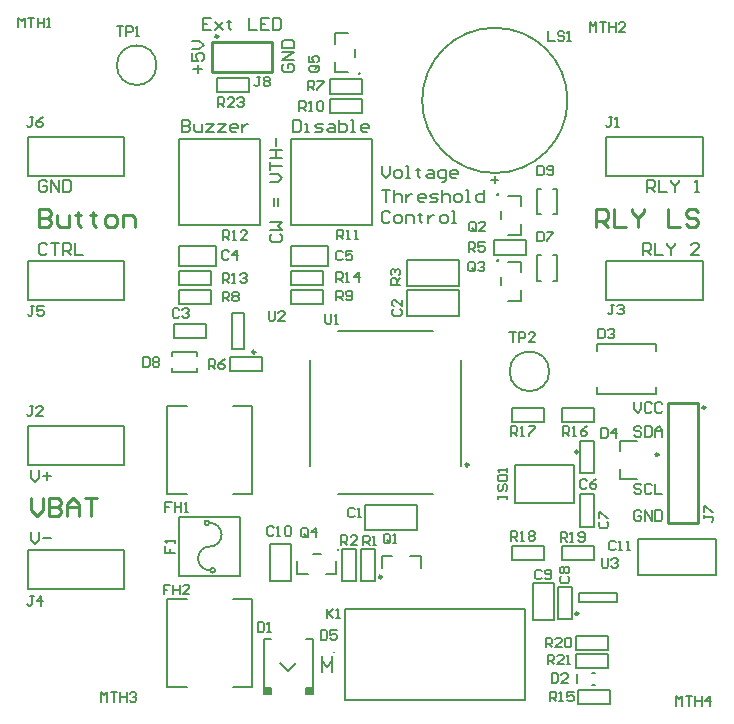
<source format=gto>
G04*
G04 #@! TF.GenerationSoftware,Altium Limited,Altium Designer,20.1.11 (218)*
G04*
G04 Layer_Color=65535*
%FSLAX24Y24*%
%MOIN*%
G70*
G04*
G04 #@! TF.SameCoordinates,CE7CCB8B-9279-4727-9A7C-73EE909CC9FE*
G04*
G04*
G04 #@! TF.FilePolarity,Positive*
G04*
G01*
G75*
%ADD10C,0.0098*%
%ADD11C,0.0050*%
%ADD12C,0.0060*%
%ADD13C,0.0079*%
%ADD14C,0.0100*%
%ADD15C,0.0070*%
%ADD16C,0.0070*%
%ADD17C,0.0080*%
%ADD18R,0.0251X0.0211*%
%ADD19R,0.0251X0.0211*%
D10*
X6908Y22691D02*
G03*
X6908Y22691I-49J0D01*
G01*
X11623Y21453D02*
G03*
X11623Y21453I-16J0D01*
G01*
X18906Y8837D02*
G03*
X18906Y8837I-49J0D01*
G01*
X16231Y17415D02*
G03*
X16231Y17415I-16J0D01*
G01*
Y15216D02*
G03*
X16231Y15216I-16J0D01*
G01*
X8148Y12167D02*
G03*
X8148Y12167I-49J0D01*
G01*
X18911Y3454D02*
G03*
X18911Y3454I-49J0D01*
G01*
X21589Y8746D02*
G03*
X21589Y8746I-49J0D01*
G01*
X15257Y8410D02*
G03*
X15257Y8410I-49J0D01*
G01*
X23148Y10321D02*
G03*
X23148Y10321I-49J0D01*
G01*
X12359Y4672D02*
G03*
X12359Y4672I-49J0D01*
G01*
X10908Y5573D02*
G03*
X10908Y5573I-16J0D01*
G01*
D11*
X18552Y20557D02*
G03*
X18552Y20557I-2421J0D01*
G01*
X17943Y11526D02*
G03*
X17943Y11526I-660J0D01*
G01*
X4852Y21730D02*
G03*
X4852Y21730I-660J0D01*
G01*
X7941Y20830D02*
Y21303D01*
X6878D02*
X7941D01*
X6878Y20830D02*
Y21303D01*
Y20830D02*
X7941D01*
X16012Y17919D02*
X16249D01*
X16130Y17801D02*
Y18037D01*
X6205Y12025D02*
Y12160D01*
X5358D02*
X6205D01*
X5358Y12025D02*
Y12160D01*
Y11490D02*
Y11625D01*
Y11490D02*
X6205D01*
Y11625D01*
X18070Y16757D02*
X18205D01*
Y17603D01*
X18070D02*
X18205D01*
X17535D02*
X17670D01*
X17535Y16757D02*
Y17603D01*
Y16757D02*
X17670D01*
X18058Y14548D02*
X18193D01*
Y15395D01*
X18058D02*
X18193D01*
X17523D02*
X17658D01*
X17523Y14548D02*
Y15395D01*
Y14548D02*
X17658D01*
X16788Y8404D02*
X18757D01*
X16788Y7144D02*
X18757D01*
Y8404D01*
X16788Y7144D02*
Y8404D01*
X19846Y15217D02*
X23067D01*
X19846Y13917D02*
Y15217D01*
Y13917D02*
X23067D01*
Y15217D01*
X3776Y4272D02*
Y5571D01*
X555Y4272D02*
X3776D01*
X555D02*
Y5571D01*
X3776D01*
X555Y15217D02*
X3776D01*
X555Y13917D02*
Y15217D01*
Y13917D02*
X3776D01*
Y15217D01*
X18912Y909D02*
X19975D01*
Y437D02*
Y909D01*
X18912Y437D02*
X19975D01*
X18912D02*
Y909D01*
X12026Y16414D02*
Y19259D01*
X9327Y16414D02*
X12026D01*
X9327Y19259D02*
X12026D01*
X9327Y16414D02*
Y19259D01*
X10637Y20121D02*
X11708D01*
X10637D02*
Y20593D01*
X11708D01*
Y20121D02*
Y20593D01*
X10804Y22792D02*
X11252D01*
X10804Y22442D02*
Y22792D01*
Y21492D02*
Y21841D01*
Y21492D02*
X11252D01*
X11469Y22014D02*
Y22270D01*
X11708Y20786D02*
Y21258D01*
X10645D02*
X11708D01*
X10645Y20786D02*
Y21258D01*
Y20786D02*
X11708D01*
X18369Y5245D02*
Y5717D01*
Y5245D02*
X19432D01*
Y5717D01*
X18369D02*
X19432D01*
X17758Y5245D02*
Y5717D01*
X16695D02*
X17758D01*
X16695Y5245D02*
Y5717D01*
Y5245D02*
X17758D01*
Y9845D02*
Y10317D01*
X16695D02*
X17758D01*
X16695Y9845D02*
Y10317D01*
Y9845D02*
X17758D01*
X19445Y6350D02*
Y7422D01*
X18973Y6350D02*
X19445D01*
X18973D02*
Y7422D01*
X19445D01*
X18973Y8137D02*
Y9208D01*
X19445D01*
Y8137D02*
Y9208D01*
X18973Y8137D02*
X19445D01*
X18382Y9845D02*
Y10317D01*
Y9845D02*
X19445D01*
Y10317D01*
X18382D02*
X19445D01*
X11122Y3607D02*
X17146D01*
X11122Y564D02*
X17146D01*
X11122D02*
Y3607D01*
X17146Y564D02*
Y3607D01*
X10539Y1680D02*
X10717Y1857D01*
X10362D02*
X10539Y1680D01*
X10717Y1513D02*
Y2024D01*
X10362Y1513D02*
Y2024D01*
X19900Y2247D02*
Y2719D01*
X18837D02*
X19900D01*
X18837Y2247D02*
Y2719D01*
Y2247D02*
X19900D01*
X18846Y1627D02*
Y2100D01*
Y1627D02*
X19909D01*
Y2100D01*
X18846D02*
X19909D01*
X16568Y16076D02*
X17017D01*
Y16425D01*
Y17027D02*
Y17376D01*
X16568D02*
X17017D01*
X16352Y16598D02*
Y16854D01*
X16568Y13877D02*
X17017D01*
Y14226D01*
Y14827D02*
Y15177D01*
X16568D02*
X17017D01*
X16352Y14399D02*
Y14655D01*
X9325Y4527D02*
Y5758D01*
X8635Y4527D02*
X9325D01*
X8635D02*
Y5758D01*
X9325D01*
X11032Y4527D02*
Y5590D01*
X11505D01*
Y4527D02*
Y5590D01*
X11032Y4527D02*
X11505D01*
X8375Y11536D02*
Y12008D01*
X7312D02*
X8375D01*
X7312Y11536D02*
Y12008D01*
Y11536D02*
X8375D01*
X3776Y18051D02*
Y19350D01*
X555Y18051D02*
X3776D01*
X555D02*
Y19350D01*
X3776D01*
X5424Y13116D02*
X6496D01*
Y12644D02*
Y13116D01*
X5424Y12644D02*
X6496D01*
X5424D02*
Y13116D01*
X8317Y16414D02*
Y19259D01*
X5617Y16414D02*
X8317D01*
X5617Y19259D02*
X8317D01*
X5617Y16414D02*
Y19259D01*
X18711Y3273D02*
Y4344D01*
X18238Y3273D02*
X18711D01*
X18238D02*
Y4344D01*
X18711D01*
X17419Y4480D02*
X18109D01*
X17419Y3248D02*
Y4480D01*
Y3248D02*
X18109D01*
Y4480D01*
X20290Y7931D02*
X20868D01*
X20290D02*
Y8270D01*
Y9211D02*
X20868D01*
X20290Y8871D02*
Y9211D01*
X9327Y14243D02*
X10390D01*
Y13771D02*
Y14243D01*
X9327Y13771D02*
X10390D01*
X9327D02*
Y14243D01*
Y14389D02*
X10390D01*
X9327D02*
Y14862D01*
X10390D01*
Y14389D02*
Y14862D01*
X10555Y15025D02*
Y15715D01*
X9324D02*
X10555D01*
X9324Y15025D02*
Y15715D01*
Y15025D02*
X10555D01*
X5617Y13771D02*
Y14243D01*
Y13771D02*
X6680D01*
Y14243D01*
X5617D02*
X6680D01*
Y14389D02*
Y14862D01*
X5617D02*
X6680D01*
X5617Y14389D02*
Y14862D01*
Y14389D02*
X6680D01*
X6845Y15025D02*
Y15715D01*
X5614D02*
X6845D01*
X5614Y15025D02*
Y15715D01*
Y15025D02*
X6845D01*
X15009Y8367D02*
Y11911D01*
X9970Y8367D02*
Y11911D01*
X10915Y12855D02*
X14064D01*
X10915Y7422D02*
X14064D01*
X11794Y6235D02*
Y7086D01*
Y6235D02*
X13545D01*
Y7086D01*
X11794D02*
X13545D01*
X3776Y8406D02*
Y9705D01*
X555Y8406D02*
X3776D01*
X555D02*
Y9705D01*
X3776D01*
X19846Y19350D02*
X23067D01*
X19846Y18051D02*
Y19350D01*
Y18051D02*
X23067D01*
Y19350D01*
X19529Y12192D02*
Y12431D01*
X21498Y12192D02*
Y12431D01*
X19529Y10777D02*
Y11016D01*
X21498Y10777D02*
Y11016D01*
X19529Y12431D02*
X21498D01*
X19529Y10777D02*
X21498D01*
X12369Y4981D02*
Y5374D01*
X12706D01*
X13654Y4985D02*
Y5379D01*
X13316D02*
X13654D01*
X12130Y4527D02*
Y5590D01*
X11658Y4527D02*
X12130D01*
X11658D02*
Y5590D01*
X12130D01*
X10074Y5435D02*
X10330D01*
X10852Y4770D02*
Y5218D01*
X10503Y4770D02*
X10852D01*
X9552D02*
X9902D01*
X9552D02*
Y5218D01*
X8425Y760D02*
X8676D01*
Y971D01*
X8465D02*
X8676D01*
X9828D02*
X10039D01*
X9828Y760D02*
Y971D01*
X8425Y2616D02*
X8676D01*
X9828Y760D02*
X10079D01*
X9828Y2616D02*
X10079D01*
X8425Y760D02*
Y2616D01*
X10079Y760D02*
Y2616D01*
X9252Y1528D02*
X9518Y1794D01*
X8986D02*
X9252Y1528D01*
X13201Y14369D02*
Y15220D01*
Y14369D02*
X14951D01*
Y15220D01*
X13201D02*
X14951D01*
X13200Y13371D02*
Y14221D01*
Y13371D02*
X14951D01*
Y14221D01*
X13200D02*
X14951D01*
X5210Y10360D02*
X5870D01*
X5210Y7446D02*
X5870D01*
X7390Y10360D02*
X8050D01*
X7390Y7446D02*
X8050D01*
Y10360D01*
X5210Y7446D02*
Y10360D01*
Y3922D02*
X5870D01*
X5210Y1009D02*
X5870D01*
X7390Y3922D02*
X8050D01*
X7390Y1009D02*
X8050D01*
Y3922D01*
X5210Y1009D02*
Y3922D01*
X16113Y15417D02*
X17176D01*
X16113D02*
Y15889D01*
X17176D01*
Y15417D02*
Y15889D01*
D12*
X10759Y2158D02*
G03*
X10759Y2158I-20J0D01*
G01*
X20911Y5921D02*
X23489D01*
X20911Y4740D02*
Y5921D01*
Y4740D02*
X23489D01*
Y5921D01*
X6902Y20334D02*
Y20654D01*
X7062D01*
X7116Y20601D01*
Y20494D01*
X7062Y20441D01*
X6902D01*
X7009D02*
X7116Y20334D01*
X7435D02*
X7222D01*
X7435Y20548D01*
Y20601D01*
X7382Y20654D01*
X7275D01*
X7222Y20601D01*
X7542D02*
X7595Y20654D01*
X7702D01*
X7755Y20601D01*
Y20548D01*
X7702Y20494D01*
X7649D01*
X7702D01*
X7755Y20441D01*
Y20388D01*
X7702Y20334D01*
X7595D01*
X7542Y20388D01*
X8319Y21347D02*
X8212D01*
X8266D01*
Y21081D01*
X8212Y21027D01*
X8159D01*
X8106Y21081D01*
X8426Y21294D02*
X8479Y21347D01*
X8586D01*
X8639Y21294D01*
Y21241D01*
X8586Y21187D01*
X8639Y21134D01*
Y21081D01*
X8586Y21027D01*
X8479D01*
X8426Y21081D01*
Y21134D01*
X8479Y21187D01*
X8426Y21241D01*
Y21294D01*
X8479Y21187D02*
X8586D01*
X17551Y18386D02*
Y18066D01*
X17711D01*
X17764Y18119D01*
Y18333D01*
X17711Y18386D01*
X17551D01*
X17871Y18119D02*
X17924Y18066D01*
X18031D01*
X18084Y18119D01*
Y18333D01*
X18031Y18386D01*
X17924D01*
X17871Y18333D01*
Y18279D01*
X17924Y18226D01*
X18084D01*
X17544Y16178D02*
Y15858D01*
X17704D01*
X17757Y15911D01*
Y16125D01*
X17704Y16178D01*
X17544D01*
X17864D02*
X18077D01*
Y16125D01*
X17864Y15911D01*
Y15858D01*
X4414Y11990D02*
Y11670D01*
X4574D01*
X4627Y11724D01*
Y11937D01*
X4574Y11990D01*
X4414D01*
X4734Y11937D02*
X4787Y11990D01*
X4894D01*
X4947Y11937D01*
Y11884D01*
X4894Y11830D01*
X4947Y11777D01*
Y11724D01*
X4894Y11670D01*
X4787D01*
X4734Y11724D01*
Y11777D01*
X4787Y11830D01*
X4734Y11884D01*
Y11937D01*
X4787Y11830D02*
X4894D01*
X20160Y5832D02*
X20106Y5885D01*
X20000D01*
X19946Y5832D01*
Y5619D01*
X20000Y5565D01*
X20106D01*
X20160Y5619D01*
X20266Y5565D02*
X20373D01*
X20320D01*
Y5885D01*
X20266Y5832D01*
X20533Y5565D02*
X20639D01*
X20586D01*
Y5885D01*
X20533Y5832D01*
X8759Y6300D02*
X8705Y6354D01*
X8599D01*
X8545Y6300D01*
Y6087D01*
X8599Y6034D01*
X8705D01*
X8759Y6087D01*
X8865Y6034D02*
X8972D01*
X8919D01*
Y6354D01*
X8865Y6300D01*
X9132D02*
X9185Y6354D01*
X9292D01*
X9345Y6300D01*
Y6087D01*
X9292Y6034D01*
X9185D01*
X9132Y6087D01*
Y6300D01*
X10528Y3618D02*
Y3299D01*
Y3405D01*
X10742Y3618D01*
X10582Y3459D01*
X10742Y3299D01*
X10848D02*
X10955D01*
X10902D01*
Y3618D01*
X10848Y3565D01*
X19679Y9637D02*
Y9317D01*
X19839D01*
X19893Y9370D01*
Y9584D01*
X19839Y9637D01*
X19679D01*
X20159Y9317D02*
Y9637D01*
X19999Y9477D01*
X20213D01*
X10328Y2888D02*
Y2568D01*
X10488D01*
X10542Y2621D01*
Y2834D01*
X10488Y2888D01*
X10328D01*
X10861D02*
X10648D01*
Y2728D01*
X10755Y2781D01*
X10808D01*
X10861Y2728D01*
Y2621D01*
X10808Y2568D01*
X10701D01*
X10648Y2621D01*
X9891Y6048D02*
Y6262D01*
X9837Y6315D01*
X9731D01*
X9677Y6262D01*
Y6048D01*
X9731Y5995D01*
X9837D01*
X9784Y6102D02*
X9891Y5995D01*
X9837D02*
X9891Y6048D01*
X10157Y5995D02*
Y6315D01*
X9997Y6155D01*
X10211D01*
X12636Y5850D02*
Y6063D01*
X12583Y6116D01*
X12476D01*
X12423Y6063D01*
Y5850D01*
X12476Y5797D01*
X12583D01*
X12530Y5903D02*
X12636Y5797D01*
X12583D02*
X12636Y5850D01*
X12743Y5797D02*
X12850D01*
X12796D01*
Y6116D01*
X12743Y6063D01*
X11058Y15492D02*
X11004Y15545D01*
X10898D01*
X10844Y15492D01*
Y15278D01*
X10898Y15225D01*
X11004D01*
X11058Y15278D01*
X11377Y15545D02*
X11164D01*
Y15385D01*
X11271Y15438D01*
X11324D01*
X11377Y15385D01*
Y15278D01*
X11324Y15225D01*
X11217D01*
X11164Y15278D01*
X7265Y15518D02*
X7212Y15572D01*
X7105D01*
X7052Y15518D01*
Y15305D01*
X7105Y15252D01*
X7212D01*
X7265Y15305D01*
X7532Y15252D02*
Y15572D01*
X7372Y15412D01*
X7585D01*
X18022Y1456D02*
Y1136D01*
X18182D01*
X18235Y1190D01*
Y1403D01*
X18182Y1456D01*
X18022D01*
X18555Y1136D02*
X18342D01*
X18555Y1350D01*
Y1403D01*
X18502Y1456D01*
X18395D01*
X18342Y1403D01*
X12759Y13590D02*
X12706Y13537D01*
Y13430D01*
X12759Y13377D01*
X12973D01*
X13026Y13430D01*
Y13537D01*
X12973Y13590D01*
X13026Y13910D02*
Y13697D01*
X12813Y13910D01*
X12759D01*
X12706Y13857D01*
Y13750D01*
X12759Y13697D01*
X17962Y525D02*
Y845D01*
X18122D01*
X18175Y791D01*
Y685D01*
X18122Y631D01*
X17962D01*
X18068D02*
X18175Y525D01*
X18282D02*
X18388D01*
X18335D01*
Y845D01*
X18282Y791D01*
X18762Y845D02*
X18548D01*
Y685D01*
X18655Y738D01*
X18708D01*
X18762Y685D01*
Y578D01*
X18708Y525D01*
X18602D01*
X18548Y578D01*
X5313Y4413D02*
X5100D01*
Y4253D01*
X5206D01*
X5100D01*
Y4093D01*
X5420Y4413D02*
Y4093D01*
Y4253D01*
X5633D01*
Y4413D01*
Y4093D01*
X5953D02*
X5739D01*
X5953Y4306D01*
Y4360D01*
X5899Y4413D01*
X5793D01*
X5739Y4360D01*
X5366Y7165D02*
X5153D01*
Y7005D01*
X5260D01*
X5153D01*
Y6845D01*
X5473Y7165D02*
Y6845D01*
Y7005D01*
X5686D01*
Y7165D01*
Y6845D01*
X5793D02*
X5899D01*
X5846D01*
Y7165D01*
X5793Y7112D01*
X5136Y5696D02*
Y5483D01*
X5296D01*
Y5590D01*
Y5483D01*
X5456D01*
Y5803D02*
Y5910D01*
Y5856D01*
X5136D01*
X5189Y5803D01*
X746Y20003D02*
X640D01*
X693D01*
Y19737D01*
X640Y19683D01*
X587D01*
X533Y19737D01*
X1066Y20003D02*
X960Y19950D01*
X853Y19843D01*
Y19737D01*
X906Y19683D01*
X1013D01*
X1066Y19737D01*
Y19790D01*
X1013Y19843D01*
X853D01*
X769Y13691D02*
X663D01*
X716D01*
Y13425D01*
X663Y13371D01*
X609D01*
X556Y13425D01*
X1089Y13691D02*
X876D01*
Y13531D01*
X982Y13585D01*
X1036D01*
X1089Y13531D01*
Y13425D01*
X1036Y13371D01*
X929D01*
X876Y13425D01*
X20105Y13749D02*
X19998D01*
X20051D01*
Y13482D01*
X19998Y13429D01*
X19945D01*
X19891Y13482D01*
X20211Y13695D02*
X20265Y13749D01*
X20371D01*
X20425Y13695D01*
Y13642D01*
X20371Y13589D01*
X20318D01*
X20371D01*
X20425Y13535D01*
Y13482D01*
X20371Y13429D01*
X20265D01*
X20211Y13482D01*
X754Y4037D02*
X647D01*
X700D01*
Y3770D01*
X647Y3717D01*
X594D01*
X541Y3770D01*
X1020Y3717D02*
Y4037D01*
X860Y3877D01*
X1074D01*
X746Y10363D02*
X640D01*
X693D01*
Y10097D01*
X640Y10043D01*
X587D01*
X533Y10097D01*
X1066Y10043D02*
X853D01*
X1066Y10257D01*
Y10310D01*
X1013Y10363D01*
X906D01*
X853Y10310D01*
X20046Y20003D02*
X19940D01*
X19993D01*
Y19737D01*
X19940Y19683D01*
X19886D01*
X19833Y19737D01*
X20153Y19683D02*
X20260D01*
X20206D01*
Y20003D01*
X20153Y19950D01*
X8591Y13530D02*
Y13263D01*
X8644Y13210D01*
X8751D01*
X8804Y13263D01*
Y13530D01*
X9124Y13210D02*
X8911D01*
X9124Y13423D01*
Y13476D01*
X9071Y13530D01*
X8964D01*
X8911Y13476D01*
X19698Y5300D02*
Y5034D01*
X19751Y4981D01*
X19857D01*
X19911Y5034D01*
Y5300D01*
X20017Y5247D02*
X20071Y5300D01*
X20177D01*
X20231Y5247D01*
Y5194D01*
X20177Y5141D01*
X20124D01*
X20177D01*
X20231Y5087D01*
Y5034D01*
X20177Y4981D01*
X20071D01*
X20017Y5034D01*
X10471Y13431D02*
Y13165D01*
X10524Y13111D01*
X10631D01*
X10684Y13165D01*
Y13431D01*
X10790Y13111D02*
X10897D01*
X10844D01*
Y13431D01*
X10790Y13378D01*
X16620Y12833D02*
X16833D01*
X16726D01*
Y12513D01*
X16939D02*
Y12833D01*
X17099D01*
X17153Y12780D01*
Y12673D01*
X17099Y12620D01*
X16939D01*
X17473Y12513D02*
X17259D01*
X17473Y12726D01*
Y12780D01*
X17419Y12833D01*
X17313D01*
X17259Y12780D01*
X3522Y23034D02*
X3735D01*
X3628D01*
Y22714D01*
X3842D02*
Y23034D01*
X4002D01*
X4055Y22981D01*
Y22874D01*
X4002Y22821D01*
X3842D01*
X4162Y22714D02*
X4268D01*
X4215D01*
Y23034D01*
X4162Y22981D01*
X7072Y15911D02*
Y16230D01*
X7232D01*
X7285Y16177D01*
Y16070D01*
X7232Y16017D01*
X7072D01*
X7178D02*
X7285Y15911D01*
X7392D02*
X7498D01*
X7445D01*
Y16230D01*
X7392Y16177D01*
X7872Y15911D02*
X7658D01*
X7872Y16124D01*
Y16177D01*
X7818Y16230D01*
X7712D01*
X7658Y16177D01*
X10872Y15921D02*
Y16241D01*
X11032D01*
X11085Y16188D01*
Y16081D01*
X11032Y16028D01*
X10872D01*
X10979D02*
X11085Y15921D01*
X11192D02*
X11299D01*
X11245D01*
Y16241D01*
X11192Y16188D01*
X11459Y15921D02*
X11565D01*
X11512D01*
Y16241D01*
X11459Y16188D01*
X17911Y22871D02*
Y22551D01*
X18124D01*
X18444Y22818D02*
X18391Y22871D01*
X18284D01*
X18231Y22818D01*
Y22764D01*
X18284Y22711D01*
X18391D01*
X18444Y22658D01*
Y22604D01*
X18391Y22551D01*
X18284D01*
X18231Y22604D01*
X18551Y22551D02*
X18658D01*
X18604D01*
Y22871D01*
X18551Y22818D01*
X16229Y7274D02*
Y7381D01*
Y7327D01*
X16549D01*
Y7274D01*
Y7381D01*
X16283Y7754D02*
X16229Y7701D01*
Y7594D01*
X16283Y7541D01*
X16336D01*
X16389Y7594D01*
Y7701D01*
X16443Y7754D01*
X16496D01*
X16549Y7701D01*
Y7594D01*
X16496Y7541D01*
X16229Y8021D02*
Y7914D01*
X16283Y7861D01*
X16496D01*
X16549Y7914D01*
Y8021D01*
X16496Y8074D01*
X16283D01*
X16229Y8021D01*
X16549Y8180D02*
Y8287D01*
Y8234D01*
X16229D01*
X16283Y8180D01*
X17888Y1762D02*
Y2082D01*
X18048D01*
X18101Y2029D01*
Y1922D01*
X18048Y1869D01*
X17888D01*
X17995D02*
X18101Y1762D01*
X18421D02*
X18208D01*
X18421Y1976D01*
Y2029D01*
X18368Y2082D01*
X18261D01*
X18208Y2029D01*
X18528Y1762D02*
X18634D01*
X18581D01*
Y2082D01*
X18528Y2029D01*
X17825Y2323D02*
Y2643D01*
X17985D01*
X18038Y2590D01*
Y2483D01*
X17985Y2430D01*
X17825D01*
X17932D02*
X18038Y2323D01*
X18358D02*
X18145D01*
X18358Y2536D01*
Y2590D01*
X18305Y2643D01*
X18198D01*
X18145Y2590D01*
X18465D02*
X18518Y2643D01*
X18625D01*
X18678Y2590D01*
Y2376D01*
X18625Y2323D01*
X18518D01*
X18465Y2376D01*
Y2590D01*
X18321Y5852D02*
Y6172D01*
X18481D01*
X18534Y6119D01*
Y6012D01*
X18481Y5959D01*
X18321D01*
X18428D02*
X18534Y5852D01*
X18641D02*
X18747D01*
X18694D01*
Y6172D01*
X18641Y6119D01*
X18907Y5906D02*
X18961Y5852D01*
X19067D01*
X19121Y5906D01*
Y6119D01*
X19067Y6172D01*
X18961D01*
X18907Y6119D01*
Y6066D01*
X18961Y6012D01*
X19121D01*
X16672Y5885D02*
Y6205D01*
X16832D01*
X16885Y6152D01*
Y6045D01*
X16832Y5992D01*
X16672D01*
X16779D02*
X16885Y5885D01*
X16992D02*
X17098D01*
X17045D01*
Y6205D01*
X16992Y6152D01*
X17258D02*
X17312Y6205D01*
X17418D01*
X17472Y6152D01*
Y6098D01*
X17418Y6045D01*
X17472Y5992D01*
Y5938D01*
X17418Y5885D01*
X17312D01*
X17258Y5938D01*
Y5992D01*
X17312Y6045D01*
X17258Y6098D01*
Y6152D01*
X17312Y6045D02*
X17418D01*
X16672Y9378D02*
Y9698D01*
X16832D01*
X16885Y9644D01*
Y9538D01*
X16832Y9484D01*
X16672D01*
X16779D02*
X16885Y9378D01*
X16992D02*
X17098D01*
X17045D01*
Y9698D01*
X16992Y9644D01*
X17258Y9698D02*
X17472D01*
Y9644D01*
X17258Y9431D01*
Y9378D01*
X18405D02*
Y9698D01*
X18565D01*
X18618Y9644D01*
Y9538D01*
X18565Y9484D01*
X18405D01*
X18511D02*
X18618Y9378D01*
X18725D02*
X18831D01*
X18778D01*
Y9698D01*
X18725Y9644D01*
X19205Y9698D02*
X19098Y9644D01*
X18991Y9538D01*
Y9431D01*
X19045Y9378D01*
X19151D01*
X19205Y9431D01*
Y9484D01*
X19151Y9538D01*
X18991D01*
X9617Y20202D02*
Y20522D01*
X9777D01*
X9830Y20469D01*
Y20362D01*
X9777Y20309D01*
X9617D01*
X9724D02*
X9830Y20202D01*
X9937D02*
X10044D01*
X9990D01*
Y20522D01*
X9937Y20469D01*
X10204D02*
X10257Y20522D01*
X10364D01*
X10417Y20469D01*
Y20255D01*
X10364Y20202D01*
X10257D01*
X10204Y20255D01*
Y20469D01*
X10847Y14501D02*
Y14821D01*
X11007D01*
X11060Y14768D01*
Y14661D01*
X11007Y14608D01*
X10847D01*
X10953D02*
X11060Y14501D01*
X11167D02*
X11273D01*
X11220D01*
Y14821D01*
X11167Y14768D01*
X11593Y14501D02*
Y14821D01*
X11433Y14661D01*
X11647D01*
X7055Y14479D02*
Y14798D01*
X7215D01*
X7268Y14745D01*
Y14638D01*
X7215Y14585D01*
X7055D01*
X7161D02*
X7268Y14479D01*
X7375D02*
X7481D01*
X7428D01*
Y14798D01*
X7375Y14745D01*
X7641D02*
X7695Y14798D01*
X7801D01*
X7854Y14745D01*
Y14692D01*
X7801Y14638D01*
X7748D01*
X7801D01*
X7854Y14585D01*
Y14532D01*
X7801Y14479D01*
X7695D01*
X7641Y14532D01*
X9901Y20898D02*
Y21218D01*
X10060D01*
X10114Y21165D01*
Y21058D01*
X10060Y21005D01*
X9901D01*
X10007D02*
X10114Y20898D01*
X10220Y21218D02*
X10434D01*
Y21165D01*
X10220Y20952D01*
Y20898D01*
X6595Y11612D02*
Y11932D01*
X6755D01*
X6808Y11879D01*
Y11772D01*
X6755Y11719D01*
X6595D01*
X6702D02*
X6808Y11612D01*
X7128Y11932D02*
X7021Y11879D01*
X6915Y11772D01*
Y11665D01*
X6968Y11612D01*
X7075D01*
X7128Y11665D01*
Y11719D01*
X7075Y11772D01*
X6915D01*
X10847Y13890D02*
Y14209D01*
X11007D01*
X11060Y14156D01*
Y14050D01*
X11007Y13996D01*
X10847D01*
X10953D02*
X11060Y13890D01*
X11167Y13943D02*
X11220Y13890D01*
X11327D01*
X11380Y13943D01*
Y14156D01*
X11327Y14209D01*
X11220D01*
X11167Y14156D01*
Y14103D01*
X11220Y14050D01*
X11380D01*
X7055Y13860D02*
Y14180D01*
X7215D01*
X7268Y14127D01*
Y14020D01*
X7215Y13967D01*
X7055D01*
X7161D02*
X7268Y13860D01*
X7375Y14127D02*
X7428Y14180D01*
X7535D01*
X7588Y14127D01*
Y14073D01*
X7535Y14020D01*
X7588Y13967D01*
Y13914D01*
X7535Y13860D01*
X7428D01*
X7375Y13914D01*
Y13967D01*
X7428Y14020D01*
X7375Y14073D01*
Y14127D01*
X7428Y14020D02*
X7535D01*
X15260Y15503D02*
Y15823D01*
X15420D01*
X15474Y15770D01*
Y15663D01*
X15420Y15610D01*
X15260D01*
X15367D02*
X15474Y15503D01*
X15794Y15823D02*
X15580D01*
Y15663D01*
X15687Y15717D01*
X15740D01*
X15794Y15663D01*
Y15557D01*
X15740Y15503D01*
X15634D01*
X15580Y15557D01*
X12976Y14406D02*
X12656D01*
Y14566D01*
X12710Y14620D01*
X12816D01*
X12870Y14566D01*
Y14406D01*
Y14513D02*
X12976Y14620D01*
X12710Y14726D02*
X12656Y14780D01*
Y14886D01*
X12710Y14940D01*
X12763D01*
X12816Y14886D01*
Y14833D01*
Y14886D01*
X12870Y14940D01*
X12923D01*
X12976Y14886D01*
Y14780D01*
X12923Y14726D01*
X11002Y5735D02*
Y6055D01*
X11162D01*
X11215Y6002D01*
Y5895D01*
X11162Y5842D01*
X11002D01*
X11108D02*
X11215Y5735D01*
X11535D02*
X11322D01*
X11535Y5949D01*
Y6002D01*
X11482Y6055D01*
X11375D01*
X11322Y6002D01*
X11745Y5733D02*
Y6053D01*
X11905D01*
X11958Y6000D01*
Y5893D01*
X11905Y5840D01*
X11745D01*
X11851D02*
X11958Y5733D01*
X12065D02*
X12171D01*
X12118D01*
Y6053D01*
X12065Y6000D01*
X10202Y21718D02*
X9989D01*
X9935Y21665D01*
Y21558D01*
X9989Y21505D01*
X10202D01*
X10255Y21558D01*
Y21665D01*
X10149Y21611D02*
X10255Y21718D01*
Y21665D02*
X10202Y21718D01*
X9935Y22038D02*
Y21825D01*
X10095D01*
X10042Y21931D01*
Y21984D01*
X10095Y22038D01*
X10202D01*
X10255Y21984D01*
Y21878D01*
X10202Y21825D01*
X15466Y14908D02*
Y15122D01*
X15413Y15175D01*
X15306D01*
X15253Y15122D01*
Y14908D01*
X15306Y14855D01*
X15413D01*
X15360Y14962D02*
X15466Y14855D01*
X15413D02*
X15466Y14908D01*
X15573Y15122D02*
X15626Y15175D01*
X15733D01*
X15786Y15122D01*
Y15068D01*
X15733Y15015D01*
X15680D01*
X15733D01*
X15786Y14962D01*
Y14908D01*
X15733Y14855D01*
X15626D01*
X15573Y14908D01*
X15488Y16249D02*
Y16462D01*
X15435Y16515D01*
X15328D01*
X15275Y16462D01*
Y16249D01*
X15328Y16195D01*
X15435D01*
X15382Y16302D02*
X15488Y16195D01*
X15435D02*
X15488Y16249D01*
X15808Y16195D02*
X15595D01*
X15808Y16409D01*
Y16462D01*
X15755Y16515D01*
X15648D01*
X15595Y16462D01*
X22171Y375D02*
Y695D01*
X22278Y588D01*
X22384Y695D01*
Y375D01*
X22491Y695D02*
X22704D01*
X22598D01*
Y375D01*
X22811Y695D02*
Y375D01*
Y535D01*
X23024D01*
Y695D01*
Y375D01*
X23291D02*
Y695D01*
X23131Y535D01*
X23344D01*
X3004Y518D02*
Y838D01*
X3110Y732D01*
X3217Y838D01*
Y518D01*
X3323Y838D02*
X3537D01*
X3430D01*
Y518D01*
X3643Y838D02*
Y518D01*
Y678D01*
X3857D01*
Y838D01*
Y518D01*
X3963Y785D02*
X4017Y838D01*
X4123D01*
X4176Y785D01*
Y732D01*
X4123Y678D01*
X4070D01*
X4123D01*
X4176Y625D01*
Y572D01*
X4123Y518D01*
X4017D01*
X3963Y572D01*
X19306Y22839D02*
Y23159D01*
X19413Y23052D01*
X19519Y23159D01*
Y22839D01*
X19626Y23159D02*
X19839D01*
X19732D01*
Y22839D01*
X19946Y23159D02*
Y22839D01*
Y22999D01*
X20159D01*
Y23159D01*
Y22839D01*
X20479D02*
X20266D01*
X20479Y23052D01*
Y23105D01*
X20426Y23159D01*
X20319D01*
X20266Y23105D01*
X250Y22989D02*
Y23309D01*
X357Y23202D01*
X464Y23309D01*
Y22989D01*
X570Y23309D02*
X784D01*
X677D01*
Y22989D01*
X890Y23309D02*
Y22989D01*
Y23149D01*
X1104D01*
Y23309D01*
Y22989D01*
X1210D02*
X1317D01*
X1263D01*
Y23309D01*
X1210Y23255D01*
X23099Y6731D02*
Y6624D01*
Y6678D01*
X23366D01*
X23419Y6624D01*
Y6571D01*
X23366Y6518D01*
X23099Y6838D02*
Y7051D01*
X23152D01*
X23366Y6838D01*
X23419D01*
X19575Y12946D02*
Y12626D01*
X19735D01*
X19788Y12680D01*
Y12893D01*
X19735Y12946D01*
X19575D01*
X19895Y12893D02*
X19948Y12946D01*
X20055D01*
X20108Y12893D01*
Y12840D01*
X20055Y12786D01*
X20001D01*
X20055D01*
X20108Y12733D01*
Y12680D01*
X20055Y12626D01*
X19948D01*
X19895Y12680D01*
X8232Y3164D02*
Y2845D01*
X8392D01*
X8445Y2898D01*
Y3111D01*
X8392Y3164D01*
X8232D01*
X8552Y2845D02*
X8658D01*
X8605D01*
Y3164D01*
X8552Y3111D01*
X17691Y4865D02*
X17637Y4918D01*
X17531D01*
X17477Y4865D01*
Y4652D01*
X17531Y4598D01*
X17637D01*
X17691Y4652D01*
X17797D02*
X17850Y4598D01*
X17957D01*
X18010Y4652D01*
Y4865D01*
X17957Y4918D01*
X17850D01*
X17797Y4865D01*
Y4812D01*
X17850Y4758D01*
X18010D01*
X18343Y4691D02*
X18290Y4638D01*
Y4531D01*
X18343Y4478D01*
X18556D01*
X18610Y4531D01*
Y4638D01*
X18556Y4691D01*
X18343Y4798D02*
X18290Y4851D01*
Y4957D01*
X18343Y5011D01*
X18396D01*
X18450Y4957D01*
X18503Y5011D01*
X18556D01*
X18610Y4957D01*
Y4851D01*
X18556Y4798D01*
X18503D01*
X18450Y4851D01*
X18396Y4798D01*
X18343D01*
X18450Y4851D02*
Y4957D01*
X19652Y6518D02*
X19598Y6464D01*
Y6358D01*
X19652Y6304D01*
X19865D01*
X19918Y6358D01*
Y6464D01*
X19865Y6518D01*
X19598Y6624D02*
Y6838D01*
X19652D01*
X19865Y6624D01*
X19918D01*
X19198Y7881D02*
X19145Y7934D01*
X19038D01*
X18985Y7881D01*
Y7667D01*
X19038Y7614D01*
X19145D01*
X19198Y7667D01*
X19518Y7934D02*
X19411Y7881D01*
X19305Y7774D01*
Y7667D01*
X19358Y7614D01*
X19465D01*
X19518Y7667D01*
Y7721D01*
X19465Y7774D01*
X19305D01*
X11459Y6932D02*
X11406Y6985D01*
X11299D01*
X11246Y6932D01*
Y6719D01*
X11299Y6666D01*
X11406D01*
X11459Y6719D01*
X11566Y6666D02*
X11673D01*
X11619D01*
Y6985D01*
X11566Y6932D01*
X5612Y13577D02*
X5558Y13631D01*
X5452D01*
X5398Y13577D01*
Y13364D01*
X5452Y13311D01*
X5558D01*
X5612Y13364D01*
X5718Y13577D02*
X5772Y13631D01*
X5878D01*
X5932Y13577D01*
Y13524D01*
X5878Y13471D01*
X5825D01*
X5878D01*
X5932Y13417D01*
Y13364D01*
X5878Y13311D01*
X5772D01*
X5718Y13364D01*
D13*
X6609Y6477D02*
G03*
X6609Y6477I-79J0D01*
G01*
X7024Y6078D02*
G03*
X6630Y6472I-394J0D01*
G01*
X6630Y5684D02*
G03*
X7024Y6078I0J394D01*
G01*
X6809Y4892D02*
G03*
X6809Y4892I-79J0D01*
G01*
X6237Y5291D02*
G03*
X6630Y4897I394J0D01*
G01*
X6630Y5684D02*
G03*
X6237Y5291I0J-394D01*
G01*
X5610Y6674D02*
X7650D01*
X5610Y4694D02*
X7650D01*
Y6674D01*
X5610Y4694D02*
Y6674D01*
X7370Y12265D02*
X7764D01*
X7370Y13486D02*
X7764D01*
Y12265D02*
Y13486D01*
X7370Y12265D02*
Y13486D01*
X18930Y3848D02*
Y4123D01*
X20210Y3848D02*
Y4123D01*
X18930Y3848D02*
X20210D01*
X18930Y4123D02*
X20210D01*
D14*
X8710Y21992D02*
Y22492D01*
X6710D02*
X8710D01*
X6710Y21492D02*
Y22492D01*
Y21492D02*
X8710D01*
Y21992D01*
X21900Y10470D02*
X22900D01*
Y6470D02*
Y10470D01*
X21900Y6470D02*
X22900D01*
X21900D02*
Y10470D01*
X679Y7302D02*
Y6902D01*
X879Y6702D01*
X1079Y6902D01*
Y7302D01*
X1279D02*
Y6702D01*
X1579D01*
X1679Y6802D01*
Y6902D01*
X1579Y7002D01*
X1279D01*
X1579D01*
X1679Y7102D01*
Y7202D01*
X1579Y7302D01*
X1279D01*
X1879Y6702D02*
Y7102D01*
X2079Y7302D01*
X2278Y7102D01*
Y6702D01*
Y7002D01*
X1879D01*
X2478Y7302D02*
X2878D01*
X2678D01*
Y6702D01*
X19515Y16320D02*
Y16920D01*
X19815D01*
X19915Y16820D01*
Y16620D01*
X19815Y16520D01*
X19515D01*
X19715D02*
X19915Y16320D01*
X20115Y16920D02*
Y16320D01*
X20515D01*
X20715Y16920D02*
Y16820D01*
X20915Y16620D01*
X21115Y16820D01*
Y16920D01*
X20915Y16620D02*
Y16320D01*
X21915Y16920D02*
Y16320D01*
X22315D01*
X22914Y16820D02*
X22814Y16920D01*
X22614D01*
X22514Y16820D01*
Y16720D01*
X22614Y16620D01*
X22814D01*
X22914Y16520D01*
Y16420D01*
X22814Y16320D01*
X22614D01*
X22514Y16420D01*
X948Y16949D02*
Y16349D01*
X1247D01*
X1347Y16449D01*
Y16549D01*
X1247Y16649D01*
X948D01*
X1247D01*
X1347Y16749D01*
Y16849D01*
X1247Y16949D01*
X948D01*
X1547Y16749D02*
Y16449D01*
X1647Y16349D01*
X1947D01*
Y16749D01*
X2247Y16849D02*
Y16749D01*
X2147D01*
X2347D01*
X2247D01*
Y16449D01*
X2347Y16349D01*
X2747Y16849D02*
Y16749D01*
X2647D01*
X2847D01*
X2747D01*
Y16449D01*
X2847Y16349D01*
X3247D02*
X3447D01*
X3547Y16449D01*
Y16649D01*
X3447Y16749D01*
X3247D01*
X3147Y16649D01*
Y16449D01*
X3247Y16349D01*
X3747D02*
Y16749D01*
X4047D01*
X4147Y16649D01*
Y16349D01*
D15*
X19385Y1085D02*
X19483D01*
X19385Y1459D02*
X19483D01*
D16*
X18863Y1125D02*
Y1420D01*
X21012Y7722D02*
X20954Y7780D01*
X20837D01*
X20779Y7722D01*
Y7663D01*
X20837Y7605D01*
X20954D01*
X21012Y7547D01*
Y7488D01*
X20954Y7430D01*
X20837D01*
X20779Y7488D01*
X21362Y7722D02*
X21304Y7780D01*
X21187D01*
X21129Y7722D01*
Y7488D01*
X21187Y7430D01*
X21304D01*
X21362Y7488D01*
X21479Y7780D02*
Y7430D01*
X21712D01*
X21012Y9641D02*
X20954Y9699D01*
X20837D01*
X20779Y9641D01*
Y9583D01*
X20837Y9524D01*
X20954D01*
X21012Y9466D01*
Y9408D01*
X20954Y9350D01*
X20837D01*
X20779Y9408D01*
X21129Y9699D02*
Y9350D01*
X21304D01*
X21362Y9408D01*
Y9641D01*
X21304Y9699D01*
X21129D01*
X21479Y9350D02*
Y9583D01*
X21595Y9699D01*
X21712Y9583D01*
Y9350D01*
Y9524D01*
X21479D01*
X21012Y6835D02*
X20954Y6893D01*
X20837D01*
X20779Y6835D01*
Y6602D01*
X20837Y6544D01*
X20954D01*
X21012Y6602D01*
Y6719D01*
X20895D01*
X21129Y6544D02*
Y6893D01*
X21362Y6544D01*
Y6893D01*
X21479D02*
Y6544D01*
X21654D01*
X21712Y6602D01*
Y6835D01*
X21654Y6893D01*
X21479D01*
X20779Y10492D02*
Y10259D01*
X20895Y10142D01*
X21012Y10259D01*
Y10492D01*
X21362Y10434D02*
X21304Y10492D01*
X21187D01*
X21129Y10434D01*
Y10201D01*
X21187Y10142D01*
X21304D01*
X21362Y10201D01*
X21712Y10434D02*
X21654Y10492D01*
X21537D01*
X21479Y10434D01*
Y10201D01*
X21537Y10142D01*
X21654D01*
X21712Y10201D01*
D17*
X8688Y16089D02*
X8621Y16023D01*
Y15889D01*
X8688Y15823D01*
X8954D01*
X9021Y15889D01*
Y16023D01*
X8954Y16089D01*
X8621Y16222D02*
X9021D01*
X8888Y16356D01*
X9021Y16489D01*
X8621D01*
X8888Y17022D02*
Y17289D01*
X8754Y17022D02*
Y17289D01*
X8621Y17822D02*
X8888D01*
X9021Y17955D01*
X8888Y18089D01*
X8621D01*
Y18222D02*
Y18488D01*
Y18355D01*
X9021D01*
X8621Y18622D02*
X9021D01*
X8821D01*
Y18888D01*
X8621D01*
X9021D01*
X8821Y19022D02*
Y19288D01*
X9402Y19893D02*
Y19493D01*
X9602D01*
X9668Y19560D01*
Y19827D01*
X9602Y19893D01*
X9402D01*
X9802Y19493D02*
X9935D01*
X9868D01*
Y19760D01*
X9802D01*
X10135Y19493D02*
X10335D01*
X10402Y19560D01*
X10335Y19627D01*
X10202D01*
X10135Y19693D01*
X10202Y19760D01*
X10402D01*
X10601D02*
X10735D01*
X10801Y19693D01*
Y19493D01*
X10601D01*
X10535Y19560D01*
X10601Y19627D01*
X10801D01*
X10935Y19893D02*
Y19493D01*
X11135D01*
X11201Y19560D01*
Y19627D01*
Y19693D01*
X11135Y19760D01*
X10935D01*
X11335Y19493D02*
X11468D01*
X11401D01*
Y19893D01*
X11335D01*
X11868Y19493D02*
X11734D01*
X11668Y19560D01*
Y19693D01*
X11734Y19760D01*
X11868D01*
X11934Y19693D01*
Y19627D01*
X11668D01*
X12367Y18360D02*
Y18094D01*
X12500Y17960D01*
X12634Y18094D01*
Y18360D01*
X12834Y17960D02*
X12967D01*
X13034Y18027D01*
Y18160D01*
X12967Y18227D01*
X12834D01*
X12767Y18160D01*
Y18027D01*
X12834Y17960D01*
X13167D02*
X13300D01*
X13234D01*
Y18360D01*
X13167D01*
X13567Y18294D02*
Y18227D01*
X13500D01*
X13633D01*
X13567D01*
Y18027D01*
X13633Y17960D01*
X13900Y18227D02*
X14033D01*
X14100Y18160D01*
Y17960D01*
X13900D01*
X13833Y18027D01*
X13900Y18094D01*
X14100D01*
X14367Y17827D02*
X14433D01*
X14500Y17894D01*
Y18227D01*
X14300D01*
X14233Y18160D01*
Y18027D01*
X14300Y17960D01*
X14500D01*
X14833D02*
X14700D01*
X14633Y18027D01*
Y18160D01*
X14700Y18227D01*
X14833D01*
X14900Y18160D01*
Y18094D01*
X14633D01*
X12367Y17555D02*
X12634D01*
X12500D01*
Y17155D01*
X12767Y17555D02*
Y17155D01*
Y17355D01*
X12834Y17422D01*
X12967D01*
X13034Y17355D01*
Y17155D01*
X13167Y17422D02*
Y17155D01*
Y17289D01*
X13234Y17355D01*
X13300Y17422D01*
X13367D01*
X13767Y17155D02*
X13633D01*
X13567Y17222D01*
Y17355D01*
X13633Y17422D01*
X13767D01*
X13833Y17355D01*
Y17289D01*
X13567D01*
X13967Y17155D02*
X14167D01*
X14233Y17222D01*
X14167Y17289D01*
X14033D01*
X13967Y17355D01*
X14033Y17422D01*
X14233D01*
X14367Y17555D02*
Y17155D01*
Y17355D01*
X14433Y17422D01*
X14566D01*
X14633Y17355D01*
Y17155D01*
X14833D02*
X14966D01*
X15033Y17222D01*
Y17355D01*
X14966Y17422D01*
X14833D01*
X14766Y17355D01*
Y17222D01*
X14833Y17155D01*
X15166D02*
X15300D01*
X15233D01*
Y17555D01*
X15166D01*
X15766D02*
Y17155D01*
X15566D01*
X15500Y17222D01*
Y17355D01*
X15566Y17422D01*
X15766D01*
X12634Y16817D02*
X12567Y16883D01*
X12434D01*
X12367Y16817D01*
Y16550D01*
X12434Y16483D01*
X12567D01*
X12634Y16550D01*
X12834Y16483D02*
X12967D01*
X13034Y16550D01*
Y16683D01*
X12967Y16750D01*
X12834D01*
X12767Y16683D01*
Y16550D01*
X12834Y16483D01*
X13167D02*
Y16750D01*
X13367D01*
X13434Y16683D01*
Y16483D01*
X13633Y16817D02*
Y16750D01*
X13567D01*
X13700D01*
X13633D01*
Y16550D01*
X13700Y16483D01*
X13900Y16750D02*
Y16483D01*
Y16617D01*
X13967Y16683D01*
X14033Y16750D01*
X14100D01*
X14367Y16483D02*
X14500D01*
X14566Y16550D01*
Y16683D01*
X14500Y16750D01*
X14367D01*
X14300Y16683D01*
Y16550D01*
X14367Y16483D01*
X14700D02*
X14833D01*
X14766D01*
Y16883D01*
X14700D01*
X5714Y19906D02*
Y19506D01*
X5914D01*
X5981Y19573D01*
Y19640D01*
X5914Y19706D01*
X5714D01*
X5914D01*
X5981Y19773D01*
Y19840D01*
X5914Y19906D01*
X5714D01*
X6114Y19773D02*
Y19573D01*
X6181Y19506D01*
X6381D01*
Y19773D01*
X6514D02*
X6780D01*
X6514Y19506D01*
X6780D01*
X6914Y19773D02*
X7180D01*
X6914Y19506D01*
X7180D01*
X7514D02*
X7380D01*
X7314Y19573D01*
Y19706D01*
X7380Y19773D01*
X7514D01*
X7580Y19706D01*
Y19640D01*
X7314D01*
X7714Y19773D02*
Y19506D01*
Y19640D01*
X7780Y19706D01*
X7847Y19773D01*
X7913D01*
X6659Y23302D02*
X6392D01*
Y22902D01*
X6659D01*
X6392Y23102D02*
X6526D01*
X6792Y23169D02*
X7059Y22902D01*
X6925Y23035D01*
X7059Y23169D01*
X6792Y22902D01*
X7259Y23235D02*
Y23169D01*
X7192D01*
X7325D01*
X7259D01*
Y22969D01*
X7325Y22902D01*
X7925Y23302D02*
Y22902D01*
X8192D01*
X8592Y23302D02*
X8325D01*
Y22902D01*
X8592D01*
X8325Y23102D02*
X8458D01*
X8725Y23302D02*
Y22902D01*
X8925D01*
X8991Y22969D01*
Y23235D01*
X8925Y23302D01*
X8725D01*
X6221Y21464D02*
Y21731D01*
X6087Y21598D02*
X6354D01*
X6021Y22131D02*
Y21864D01*
X6221D01*
X6154Y21997D01*
Y22064D01*
X6221Y22131D01*
X6354D01*
X6421Y22064D01*
Y21931D01*
X6354Y21864D01*
X6021Y22264D02*
X6287D01*
X6421Y22397D01*
X6287Y22531D01*
X6021D01*
X1194Y17827D02*
X1127Y17894D01*
X994D01*
X928Y17827D01*
Y17560D01*
X994Y17494D01*
X1127D01*
X1194Y17560D01*
Y17694D01*
X1061D01*
X1327Y17494D02*
Y17894D01*
X1594Y17494D01*
Y17894D01*
X1727D02*
Y17494D01*
X1927D01*
X1994Y17560D01*
Y17827D01*
X1927Y17894D01*
X1727D01*
X9090Y21757D02*
X9024Y21690D01*
Y21557D01*
X9090Y21490D01*
X9357D01*
X9423Y21557D01*
Y21690D01*
X9357Y21757D01*
X9224D01*
Y21624D01*
X9423Y21890D02*
X9024D01*
X9423Y22157D01*
X9024D01*
Y22290D02*
X9423D01*
Y22490D01*
X9357Y22557D01*
X9090D01*
X9024Y22490D01*
Y22290D01*
X21206Y17494D02*
Y17894D01*
X21406D01*
X21473Y17827D01*
Y17694D01*
X21406Y17627D01*
X21206D01*
X21339D02*
X21473Y17494D01*
X21606Y17894D02*
Y17494D01*
X21873D01*
X22006Y17894D02*
Y17827D01*
X22139Y17694D01*
X22273Y17827D01*
Y17894D01*
X22139Y17694D02*
Y17494D01*
X22806D02*
X22939D01*
X22872D01*
Y17894D01*
X22806Y17827D01*
X21073Y15404D02*
Y15804D01*
X21273D01*
X21339Y15737D01*
Y15604D01*
X21273Y15537D01*
X21073D01*
X21206D02*
X21339Y15404D01*
X21473Y15804D02*
Y15404D01*
X21739D01*
X21873Y15804D02*
Y15737D01*
X22006Y15604D01*
X22139Y15737D01*
Y15804D01*
X22006Y15604D02*
Y15404D01*
X22939D02*
X22672D01*
X22939Y15671D01*
Y15737D01*
X22872Y15804D01*
X22739D01*
X22672Y15737D01*
X1194D02*
X1127Y15804D01*
X994D01*
X928Y15737D01*
Y15471D01*
X994Y15404D01*
X1127D01*
X1194Y15471D01*
X1327Y15804D02*
X1594D01*
X1461D01*
Y15404D01*
X1727D02*
Y15804D01*
X1927D01*
X1994Y15737D01*
Y15604D01*
X1927Y15537D01*
X1727D01*
X1861D02*
X1994Y15404D01*
X2127Y15804D02*
Y15404D01*
X2394D01*
X659Y8246D02*
Y7980D01*
X792Y7846D01*
X926Y7980D01*
Y8246D01*
X1059Y8046D02*
X1325D01*
X1192Y8180D02*
Y7913D01*
X659Y6157D02*
Y5890D01*
X792Y5757D01*
X926Y5890D01*
Y6157D01*
X1059Y5957D02*
X1325D01*
D18*
X8551Y866D02*
D03*
D19*
X9954Y866D02*
D03*
M02*

</source>
